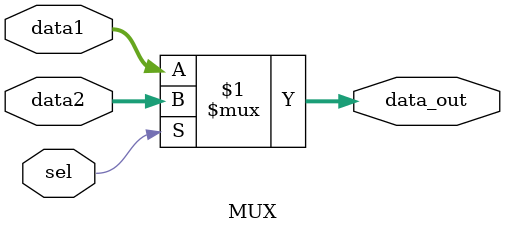
<source format=v>
module MUX(data_out, data1, data2, sel);

    input [31 : 0] data1, data2;
    input sel;
    output [31 : 0] data_out;

    assign data_out = sel? data2 : data1;
endmodule

</source>
